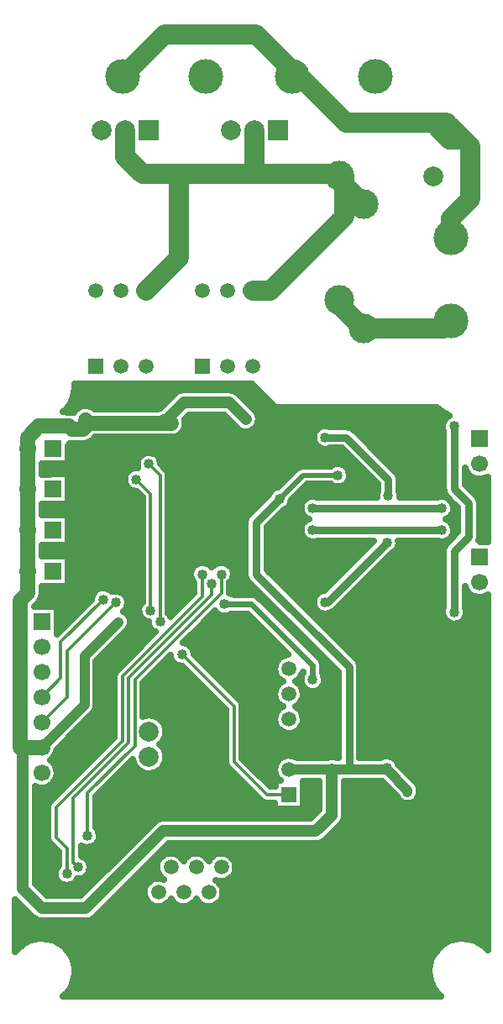
<source format=gbl>
G04 DipTrace 2.4.0.2*
%INTemperatureController.GBL*%
%MOIN*%
%ADD13C,0.0315*%
%ADD14C,0.0118*%
%ADD15C,0.0236*%
%ADD16C,0.0197*%
%ADD17C,0.0591*%
%ADD18C,0.0394*%
%ADD19C,0.0472*%
%ADD20C,0.0157*%
%ADD22C,0.0787*%
%ADD23C,0.025*%
%ADD30R,0.0787X0.0787*%
%ADD31C,0.0787*%
%ADD33C,0.1181*%
%ADD34C,0.1378*%
%ADD35R,0.0669X0.0669*%
%ADD36C,0.0669*%
%ADD37C,0.1575*%
%ADD38C,0.0984*%
%ADD47R,0.0591X0.0591*%
%ADD48C,0.0591*%
%ADD57C,0.04*%
%FSLAX44Y44*%
G04*
G70*
G90*
G75*
G01*
%LNBottom*%
%LPD*%
X12699Y20000D2*
D15*
X13764D1*
X16200Y17563D1*
Y17001D1*
X10574Y27187D2*
D17*
X7324D1*
X7190Y27321D1*
X17199Y25125D2*
D16*
X15824D1*
X14887Y24187D1*
X8449Y19250D2*
D14*
X8533D1*
X8490Y19292D1*
D18*
X7137Y17938D1*
Y16001D1*
X5447Y14312D1*
X19968Y12558D2*
Y12606D1*
X19137Y13437D1*
X17638D1*
X16951D1*
X15260D1*
X19138Y13522D2*
D13*
X19137Y13437D1*
X4887Y21312D2*
D17*
Y22937D1*
Y24562D1*
Y26185D1*
X4885Y26187D1*
Y26625D1*
X5324Y27064D1*
X6512D1*
X6637Y26939D1*
X7077D1*
X7324Y27187D1*
X4887Y21312D2*
Y20439D1*
X4574Y20126D1*
Y14312D1*
X4680D1*
X5447D1*
X4680D2*
D19*
Y8707D1*
X5449Y7937D1*
X7199D1*
X10262Y11000D1*
X16325D1*
X16951Y11625D1*
Y13437D1*
X13544Y27346D2*
X12888Y28002D1*
X11075D1*
X10325Y27252D1*
D17*
X10574Y27187D1*
X14887Y24187D2*
D13*
X13950Y23251D1*
Y21189D1*
X17638Y17501D1*
Y13437D1*
X21824Y19687D2*
Y22125D1*
X22389Y22689D1*
Y24002D1*
X21824Y24566D1*
Y27062D1*
X21262Y22312D2*
D20*
Y21125D1*
X20324Y20187D1*
X21262Y24437D2*
Y25875D1*
X20574Y26562D1*
X17199Y21625D2*
D16*
X15926D1*
X15637D1*
X14824Y22437D1*
X20324Y20187D2*
D14*
X19699D1*
X19512D1*
X18824Y19500D1*
X18762D1*
X18324D1*
X16387D1*
X15824Y20062D1*
Y20439D1*
Y21523D1*
X15926Y21625D1*
X21449Y18937D2*
X20887D1*
Y18750D1*
X20449D1*
X19855Y19343D1*
X19699Y19500D1*
Y20187D1*
X21449Y12062D2*
Y12875D1*
X21387D1*
Y14937D1*
Y16062D1*
Y17249D1*
X20887Y17750D1*
Y18750D1*
X20949Y14937D2*
X21387D1*
X20949Y16062D2*
X21387D1*
X11392Y25062D2*
X12074D1*
X12297Y24839D1*
X13199Y23937D1*
Y21937D1*
X12762Y27187D2*
Y25303D1*
X12297Y24839D1*
X10512Y26562D2*
Y26125D1*
Y25943D1*
X11392Y25062D1*
X7637Y21500D2*
Y21439D1*
Y22812D1*
Y24125D1*
X7575D1*
Y25439D1*
X7387D1*
Y26000D1*
X7826Y26438D1*
X7949Y26562D1*
X9637D1*
X10074Y26125D1*
X10512D1*
X16074Y5812D2*
D13*
Y7000D1*
X16649Y7574D1*
X16755Y7681D1*
X17966Y8891D1*
X18199Y9125D1*
X17262Y5062D2*
Y6625D1*
Y7174D1*
X16755Y7681D1*
X13074Y8562D2*
X15661D1*
X16649Y7574D1*
X17966Y11860D2*
D14*
Y11717D1*
Y8891D1*
Y11717D2*
X20292D1*
X21449Y12875D1*
X8137Y17564D2*
Y15813D1*
X6324Y14001D1*
Y13189D1*
X5447Y12312D1*
X6324Y8750D2*
X5512D1*
Y12247D1*
X5447Y12312D1*
X11698Y18686D2*
Y18253D1*
X13825Y16126D1*
Y15063D1*
X14451Y14437D1*
X15260D1*
X9699Y12937D2*
Y11625D1*
X6824Y8750D1*
X6324D1*
X8137Y17564D2*
X9012Y18439D1*
Y20501D1*
X8075Y21439D1*
X7637D1*
X15888Y20439D2*
X15824D1*
X7949Y26437D2*
X7948Y26438D1*
X7826D1*
X19949Y19437D2*
X19855Y19343D1*
X18699Y19437D2*
X18762Y19500D1*
X18324Y20062D2*
Y19500D1*
X15260Y12437D2*
X14387D1*
X13074Y13750D1*
Y15939D1*
X11012Y18002D1*
X21324Y22937D2*
D13*
X16199D1*
X17262Y32062D2*
D22*
Y31889D1*
X18207Y30944D1*
X21394D1*
X21699Y31250D1*
Y34557D2*
Y35312D1*
X22449Y36062D1*
Y38187D1*
X22193Y38443D1*
X21699Y38937D1*
X15392Y40937D2*
Y41182D1*
X13949Y42625D1*
X10330D1*
X8642Y40937D1*
X15392D2*
X15699D1*
X17512Y39125D1*
X21137D1*
X21512D1*
D17*
X21699Y38937D1*
X22193Y38443D2*
D22*
X21631D1*
X21137Y38937D1*
Y39125D1*
X13883Y38812D2*
Y37062D1*
X17199D1*
X17262Y37000D1*
X8758Y38812D2*
Y37753D1*
X9449Y37062D1*
X10887D1*
X13883D1*
X9574Y32437D2*
X10887Y33750D1*
Y37062D1*
X13824Y32437D2*
X14512D1*
X17449Y35375D1*
Y37000D1*
X17262D1*
Y36826D1*
X18207Y35881D1*
X16699Y26617D2*
D13*
X17523D1*
X19199Y24941D1*
Y24312D1*
X21324Y23812D2*
X16199D1*
X16699Y20079D2*
X16785D1*
X19143Y22437D1*
X12578Y21192D2*
D14*
Y20442D1*
X9137Y17001D1*
Y14376D1*
X7262Y12500D1*
Y10813D1*
X7885Y20187D2*
X6199Y18501D1*
Y17064D1*
X5447Y16312D1*
X8385Y20062D2*
X6449Y18126D1*
Y16314D1*
X5447Y15312D1*
X11825Y21189D2*
Y20314D1*
X8637Y17126D1*
Y14563D1*
X6012Y11938D1*
Y10750D1*
X6449Y10313D1*
Y9313D1*
X12200Y20814D2*
Y20376D1*
X8887Y17063D1*
Y14501D1*
X6699Y12313D1*
Y9750D1*
X6887Y9563D1*
X10137Y19314D2*
Y25124D1*
X9699Y25562D1*
X9762Y19751D2*
Y24374D1*
X9199Y24937D1*
D57*
X12699Y20000D3*
X16200Y17001D3*
X10574Y27187D3*
X7190Y27321D3*
X17199Y25125D3*
X14887Y24187D3*
X8449Y19250D3*
X19968Y12558D3*
X19138Y13522D3*
X13544Y27346D3*
X10574Y27187D3*
X21824Y19687D3*
Y27062D3*
X21262Y22312D3*
X20324Y20187D3*
X21262Y24437D3*
X20574Y26562D3*
X17199Y21625D3*
X14824Y22437D3*
X21449Y18937D3*
Y12062D3*
X20949Y14937D3*
Y16062D3*
X13199Y21937D3*
X11392Y25062D3*
X12762Y27187D3*
X10512Y26562D3*
X11392Y25062D3*
X7637Y21500D3*
Y22812D3*
Y24125D3*
X7575Y25439D3*
X16074Y5812D3*
X18199Y9125D3*
X17262Y5062D3*
Y6625D3*
X17966Y11860D3*
X8137Y17564D3*
X6324Y8750D3*
X11698Y18686D3*
X6324Y8750D3*
X8137Y17564D3*
X11012Y18002D3*
X21324Y22937D3*
X16199D3*
X16699Y26617D3*
X19199Y24312D3*
X21324Y23812D3*
X16199D3*
X16699Y20079D3*
X19143Y22437D3*
X12578Y21192D3*
X7262Y10813D3*
X7885Y20187D3*
X8385Y20062D3*
X11825Y21189D3*
X6449Y9313D3*
X12200Y20814D3*
X6887Y9563D3*
X10137Y19314D3*
X9699Y25562D3*
X9762Y19751D3*
X9199Y24937D3*
X14638Y25064D3*
Y26252D3*
X15950Y26314D3*
X15888Y20439D3*
X8637Y25564D3*
X7949Y26437D3*
X10762Y20314D3*
X11075Y20689D3*
X15824Y27687D3*
X17012D3*
X18199D3*
X19137Y27437D3*
X20012D3*
X20949D3*
X21824Y23375D3*
X20949Y19937D3*
X20574Y19437D3*
X19949D3*
X19324D3*
X18699D3*
X18324Y20062D3*
X17949Y18937D3*
X17699Y18437D3*
X14574Y21812D3*
X6773Y28503D2*
D23*
X13996D1*
X6722Y28255D2*
X10594D1*
X13367D2*
X14246D1*
X6621Y28006D2*
X10344D1*
X13617D2*
X14493D1*
X6449Y27757D2*
X6813D1*
X7566D2*
X10059D1*
X13867D2*
X21164D1*
X14043Y27509D2*
X21516D1*
X11156Y27260D2*
X12895D1*
X14062D2*
X21379D1*
X11132Y27011D2*
X13145D1*
X13941D2*
X16426D1*
X17699D2*
X21336D1*
X10964Y26763D2*
X16231D1*
X18000D2*
X21375D1*
X7464Y26514D2*
X16219D1*
X18250D2*
X21375D1*
X6507Y26265D2*
X16371D1*
X18496D2*
X21375D1*
X6507Y26017D2*
X9578D1*
X9820D2*
X17500D1*
X18746D2*
X21375D1*
X6507Y25768D2*
X9258D1*
X10140D2*
X17750D1*
X18996D2*
X21375D1*
X5472Y25519D2*
X9211D1*
X10226D2*
X16930D1*
X17468D2*
X18000D1*
X19242D2*
X21375D1*
X5472Y25270D2*
X8852D1*
X10453D2*
X15430D1*
X17664D2*
X18246D1*
X19492D2*
X21375D1*
X6511Y25022D2*
X8719D1*
X10488D2*
X15184D1*
X17679D2*
X18496D1*
X19640D2*
X21375D1*
X22273D2*
X22539D1*
X6511Y24773D2*
X8739D1*
X10488D2*
X14934D1*
X17527D2*
X18746D1*
X19648D2*
X21375D1*
X22273D2*
X23114D1*
X6511Y24524D2*
X8961D1*
X10488D2*
X14543D1*
X15761D2*
X18750D1*
X19648D2*
X21379D1*
X22488D2*
X23114D1*
X6511Y24276D2*
X9379D1*
X10488D2*
X14352D1*
X15515D2*
X18711D1*
X19687D2*
X21493D1*
X22734D2*
X23114D1*
X6511Y24027D2*
X9414D1*
X10488D2*
X14106D1*
X15347D2*
X15762D1*
X22836D2*
X23114D1*
X5472Y23778D2*
X9414D1*
X10488D2*
X13856D1*
X15132D2*
X15711D1*
X21812D2*
X21941D1*
X22836D2*
X23114D1*
X6511Y23530D2*
X9414D1*
X10488D2*
X13610D1*
X14851D2*
X15805D1*
X21718D2*
X21942D1*
X22836D2*
X23114D1*
X6511Y23281D2*
X9414D1*
X10488D2*
X13504D1*
X14601D2*
X15860D1*
X21664D2*
X21942D1*
X22836D2*
X23114D1*
X6511Y23032D2*
X9414D1*
X10488D2*
X13504D1*
X14398D2*
X15719D1*
X21804D2*
X21939D1*
X22836D2*
X23114D1*
X6511Y22784D2*
X9414D1*
X10488D2*
X13504D1*
X14398D2*
X15735D1*
X22836D2*
X23114D1*
X6511Y22535D2*
X9414D1*
X10488D2*
X13504D1*
X14398D2*
X15942D1*
X22808D2*
X23114D1*
X5472Y22286D2*
X9414D1*
X10488D2*
X13504D1*
X14398D2*
X18371D1*
X19609D2*
X21411D1*
X5472Y22038D2*
X9414D1*
X10488D2*
X13504D1*
X14398D2*
X18121D1*
X19406D2*
X21375D1*
X6511Y21789D2*
X9414D1*
X10488D2*
X13504D1*
X14398D2*
X17871D1*
X19117D2*
X21375D1*
X6511Y21540D2*
X9414D1*
X10488D2*
X11496D1*
X12910D2*
X13504D1*
X14398D2*
X17625D1*
X18871D2*
X21375D1*
X6511Y21291D2*
X9414D1*
X10488D2*
X11348D1*
X13058D2*
X13504D1*
X14468D2*
X17375D1*
X18621D2*
X21375D1*
X6511Y21043D2*
X9414D1*
X10488D2*
X11360D1*
X13043D2*
X13528D1*
X14718D2*
X17125D1*
X18371D2*
X21375D1*
X6511Y20794D2*
X9414D1*
X10488D2*
X11477D1*
X12925D2*
X13723D1*
X14968D2*
X16879D1*
X18125D2*
X21375D1*
X5472Y20545D2*
X7563D1*
X8207D2*
X9414D1*
X10488D2*
X11477D1*
X12925D2*
X13973D1*
X15214D2*
X16629D1*
X17875D2*
X21375D1*
X5453Y20297D2*
X7411D1*
X8812D2*
X9414D1*
X10488D2*
X11325D1*
X14031D2*
X14219D1*
X15464D2*
X16262D1*
X17625D2*
X21375D1*
X22273D2*
X22641D1*
X5312Y20048D2*
X7262D1*
X8875D2*
X9379D1*
X10488D2*
X11075D1*
X14281D2*
X14469D1*
X15714D2*
X16211D1*
X17378D2*
X21375D1*
X22273D2*
X23114D1*
X6070Y19799D2*
X7016D1*
X8793D2*
X9274D1*
X10488D2*
X10828D1*
X14531D2*
X14719D1*
X15961D2*
X16301D1*
X17128D2*
X21348D1*
X22300D2*
X23114D1*
X6070Y19551D2*
X6766D1*
X8898D2*
X9317D1*
X12171D2*
X12555D1*
X12843D2*
X13645D1*
X14781D2*
X14965D1*
X16211D2*
X21356D1*
X22293D2*
X23114D1*
X6070Y19302D2*
X6516D1*
X8976D2*
X9618D1*
X11921D2*
X13895D1*
X15027D2*
X15215D1*
X16461D2*
X21539D1*
X22109D2*
X23114D1*
X6070Y19053D2*
X6270D1*
X8910D2*
X9727D1*
X11671D2*
X14145D1*
X15277D2*
X15465D1*
X16707D2*
X23114D1*
X8679Y18805D2*
X9832D1*
X11425D2*
X14391D1*
X15527D2*
X15711D1*
X16957D2*
X23114D1*
X8433Y18556D2*
X9582D1*
X11175D2*
X14641D1*
X15773D2*
X15961D1*
X17207D2*
X23114D1*
X8183Y18307D2*
X9336D1*
X11386D2*
X14891D1*
X16023D2*
X16211D1*
X17453D2*
X23114D1*
X7933Y18059D2*
X9086D1*
X11500D2*
X15137D1*
X16273D2*
X16457D1*
X17703D2*
X23114D1*
X7687Y17810D2*
X8836D1*
X10429D2*
X10564D1*
X11687D2*
X14817D1*
X16519D2*
X16707D1*
X17953D2*
X23114D1*
X7625Y17561D2*
X8590D1*
X10179D2*
X10840D1*
X11937D2*
X14688D1*
X16609D2*
X16957D1*
X18082D2*
X23114D1*
X7625Y17312D2*
X8348D1*
X9933D2*
X11219D1*
X12183D2*
X14688D1*
X16609D2*
X17192D1*
X18086D2*
X23114D1*
X7625Y17064D2*
X8289D1*
X9683D2*
X11465D1*
X12433D2*
X14817D1*
X16687D2*
X17192D1*
X18086D2*
X23114D1*
X7625Y16815D2*
X8289D1*
X9488D2*
X11715D1*
X12683D2*
X14821D1*
X16652D2*
X17192D1*
X18086D2*
X23114D1*
X7625Y16566D2*
X8289D1*
X9488D2*
X11965D1*
X12929D2*
X14688D1*
X15828D2*
X16012D1*
X16390D2*
X17192D1*
X18086D2*
X23114D1*
X7625Y16318D2*
X8289D1*
X9488D2*
X12211D1*
X13179D2*
X14688D1*
X15832D2*
X17192D1*
X18086D2*
X23114D1*
X7625Y16069D2*
X8289D1*
X9488D2*
X12461D1*
X13394D2*
X14813D1*
X15707D2*
X17192D1*
X18086D2*
X23114D1*
X7586Y15820D2*
X8289D1*
X9488D2*
X12711D1*
X13421D2*
X14825D1*
X15695D2*
X17192D1*
X18086D2*
X23114D1*
X7386Y15572D2*
X8289D1*
X9898D2*
X12727D1*
X13421D2*
X14692D1*
X15828D2*
X17192D1*
X18086D2*
X23114D1*
X7136Y15323D2*
X8289D1*
X10257D2*
X12727D1*
X13421D2*
X14688D1*
X15832D2*
X17192D1*
X18086D2*
X23114D1*
X6886Y15074D2*
X8289D1*
X10367D2*
X12727D1*
X13421D2*
X14809D1*
X15711D2*
X17192D1*
X18086D2*
X23114D1*
X6640Y14826D2*
X8289D1*
X10375D2*
X12727D1*
X13421D2*
X17192D1*
X18086D2*
X23114D1*
X6390Y14577D2*
X8168D1*
X10277D2*
X12727D1*
X13421D2*
X17192D1*
X18086D2*
X23114D1*
X6140Y14328D2*
X7918D1*
X10253D2*
X12727D1*
X13421D2*
X17192D1*
X18086D2*
X23114D1*
X6023Y14080D2*
X7672D1*
X10367D2*
X12727D1*
X13421D2*
X17192D1*
X18086D2*
X23114D1*
X5832Y13831D2*
X7422D1*
X10375D2*
X12727D1*
X13476D2*
X14836D1*
X19511D2*
X23114D1*
X6007Y13582D2*
X7172D1*
X8828D2*
X9118D1*
X10277D2*
X12774D1*
X13726D2*
X14696D1*
X19668D2*
X23114D1*
X6070Y13333D2*
X6926D1*
X8578D2*
X9411D1*
X9988D2*
X13008D1*
X13972D2*
X14684D1*
X19918D2*
X23114D1*
X6027Y13085D2*
X6676D1*
X8328D2*
X13254D1*
X14222D2*
X14801D1*
X20168D2*
X23114D1*
X5836Y12836D2*
X6426D1*
X8082D2*
X13504D1*
X14472D2*
X14676D1*
X15843D2*
X16426D1*
X17476D2*
X19059D1*
X20394D2*
X23114D1*
X5207Y12587D2*
X6180D1*
X7832D2*
X13754D1*
X15843D2*
X16426D1*
X17476D2*
X19309D1*
X20457D2*
X23114D1*
X5207Y12339D2*
X5930D1*
X7609D2*
X14000D1*
X15843D2*
X16426D1*
X17476D2*
X19532D1*
X20402D2*
X23114D1*
X5207Y12090D2*
X5700D1*
X7609D2*
X14676D1*
X15843D2*
X16426D1*
X17476D2*
X23114D1*
X5207Y11841D2*
X5664D1*
X7609D2*
X16426D1*
X17476D2*
X23114D1*
X5207Y11593D2*
X5664D1*
X7609D2*
X16184D1*
X17476D2*
X23114D1*
X5207Y11344D2*
X5664D1*
X7609D2*
X9871D1*
X17390D2*
X23114D1*
X5207Y11095D2*
X5664D1*
X7656D2*
X9625D1*
X17156D2*
X23114D1*
X5207Y10847D2*
X5664D1*
X7750D2*
X9375D1*
X16906D2*
X23114D1*
X5207Y10598D2*
X5700D1*
X7699D2*
X9125D1*
X16648D2*
X23114D1*
X5207Y10349D2*
X5930D1*
X7046D2*
X7203D1*
X7320D2*
X8879D1*
X10343D2*
X23114D1*
X5207Y10101D2*
X6102D1*
X7046D2*
X8629D1*
X10097D2*
X10395D1*
X10753D2*
X11395D1*
X11753D2*
X12395D1*
X12753D2*
X23114D1*
X5207Y9852D2*
X6102D1*
X7277D2*
X8379D1*
X9847D2*
X10071D1*
X13078D2*
X23114D1*
X5207Y9603D2*
X6063D1*
X7375D2*
X8133D1*
X9597D2*
X9993D1*
X13156D2*
X23114D1*
X5207Y9354D2*
X5961D1*
X7328D2*
X7883D1*
X9351D2*
X10028D1*
X13121D2*
X23114D1*
X5207Y9106D2*
X6008D1*
X7000D2*
X7633D1*
X9101D2*
X9914D1*
X12925D2*
X23114D1*
X5261Y8857D2*
X6332D1*
X6566D2*
X7387D1*
X8851D2*
X9575D1*
X12574D2*
X23114D1*
X5511Y8608D2*
X7137D1*
X8605D2*
X9493D1*
X12656D2*
X23114D1*
X8355Y8360D2*
X9528D1*
X12621D2*
X23114D1*
X4412Y8111D2*
X4543D1*
X8105D2*
X9715D1*
X10433D2*
X10715D1*
X11433D2*
X11715D1*
X12433D2*
X23114D1*
X4412Y7862D2*
X4789D1*
X7859D2*
X23114D1*
X4412Y7614D2*
X5039D1*
X7609D2*
X23114D1*
X4412Y7365D2*
X23114D1*
X4412Y7116D2*
X23114D1*
X4412Y6868D2*
X23114D1*
X4412Y6619D2*
X4871D1*
X6019D2*
X21563D1*
X22714D2*
X23114D1*
X6382Y6370D2*
X21203D1*
X6582Y6122D2*
X21000D1*
X6703Y5873D2*
X20883D1*
X6765Y5624D2*
X20821D1*
X6777Y5375D2*
X20809D1*
X6742Y5127D2*
X20844D1*
X6652Y4878D2*
X20930D1*
X6500Y4629D2*
X21082D1*
X21615Y27477D2*
X21443Y27561D1*
X21241Y27707D1*
X21134Y27815D1*
X14760Y27816D1*
X14674Y27851D1*
X13772Y28753D1*
X6743Y28752D1*
X6753Y28625D1*
X6729Y28376D1*
X6658Y28137D1*
X6543Y27915D1*
X6388Y27719D1*
X6289Y27626D1*
X6512Y27625D1*
X6609Y27616D1*
X6713D1*
X6790Y27714D1*
X6887Y27792D1*
X6999Y27848D1*
X7120Y27877D1*
X7245Y27879D1*
X7367Y27853D1*
X7480Y27800D1*
X7551Y27746D1*
X10062Y27747D1*
X10146Y27779D1*
X10721Y28356D1*
X10819Y28433D1*
X10933Y28483D1*
X11075Y28503D1*
X12888D1*
X13011Y28488D1*
X13127Y28442D1*
X13242Y28356D1*
X13898Y27700D1*
X13975Y27602D1*
X14025Y27487D1*
X14045Y27364D1*
X14034Y27240D1*
X13993Y27122D1*
X13924Y27019D1*
X13831Y26935D1*
X13721Y26877D1*
X13600Y26848D1*
X13475Y26849D1*
X13355Y26882D1*
X13246Y26943D1*
X13013Y27168D1*
X12679Y27502D1*
X11282Y27501D1*
X11117Y27336D1*
X11134Y27192D1*
X11122Y27068D1*
X11082Y26950D1*
X11017Y26843D1*
X10929Y26754D1*
X10825Y26686D1*
X10708Y26643D1*
X10574Y26627D1*
X7555D1*
X7473Y26543D1*
X7375Y26465D1*
X7263Y26411D1*
X7137Y26383D1*
X6637Y26379D1*
X6539Y26388D1*
X6484Y26287D1*
Y25587D1*
X5449D1*
X5447Y25158D1*
X6162Y25162D1*
X6486D1*
Y23962D1*
X5443D1*
X5447Y23535D1*
X6486Y23537D1*
Y22337D1*
X5443D1*
X5447Y21910D1*
X6486Y21912D1*
Y20712D1*
X5443D1*
X5447Y20439D1*
X5433Y20315D1*
X5392Y20197D1*
X5323Y20088D1*
X5153Y19913D1*
X6047Y19912D1*
Y18806D1*
X7420Y20180D1*
X7449Y20348D1*
X7508Y20458D1*
X7593Y20549D1*
X7700Y20613D1*
X7820Y20647D1*
X7944Y20648D1*
X8065Y20616D1*
X8172Y20553D1*
X8224Y20500D1*
X8320Y20522D1*
X8444Y20523D1*
X8565Y20491D1*
X8672Y20428D1*
X8759Y20339D1*
X8819Y20229D1*
X8850Y20062D1*
X8834Y19939D1*
X8785Y19824D1*
X8685Y19710D1*
X8739Y19681D1*
X8834Y19600D1*
X8904Y19497D1*
X8944Y19379D1*
X8951Y19255D1*
X8924Y19133D1*
X8866Y19023D1*
X8749Y18898D1*
X7599Y17747D1*
X7598Y16001D1*
X7582Y15878D1*
X7512Y15733D1*
X7286Y15498D1*
X6046Y14258D1*
X5995Y14069D1*
X5933Y13961D1*
X5850Y13868D1*
X5778Y13815D1*
X5837Y13767D1*
X5923Y13677D1*
X5988Y13570D1*
X6030Y13453D1*
X6047Y13312D1*
X6034Y13188D1*
X5995Y13069D1*
X5933Y12961D1*
X5850Y12868D1*
X5750Y12794D1*
X5636Y12743D1*
X5514Y12716D1*
X5389Y12715D1*
X5267Y12740D1*
X5177Y12779D1*
X5181Y12062D1*
Y8917D1*
X5656Y8440D1*
X6992Y8439D1*
X9908Y11355D1*
X10006Y11431D1*
X10121Y11481D1*
X10262Y11501D1*
X16118D1*
X16449Y11832D1*
Y12973D1*
X15822Y12975D1*
X15820Y11877D1*
X14699D1*
Y12115D1*
X14387Y12113D1*
X14265Y12137D1*
X14158Y12208D1*
X12845Y13520D1*
X12776Y13623D1*
X12750Y13750D1*
Y15808D1*
X11019Y17536D1*
X10869Y17559D1*
X10757Y17613D1*
X10663Y17695D1*
X10594Y17798D1*
X10555Y17917D1*
X10552Y17959D1*
X9462Y16868D1*
X9461Y15552D1*
X9596Y15587D1*
X9720Y15595D1*
X9844Y15579D1*
X9963Y15541D1*
X10072Y15480D1*
X10168Y15400D1*
X10247Y15303D1*
X10306Y15193D1*
X10343Y15074D1*
X10358Y14937D1*
X10346Y14813D1*
X10311Y14693D1*
X10254Y14582D1*
X10177Y14484D1*
X10127Y14440D1*
X10247Y14303D1*
X10306Y14193D1*
X10343Y14074D1*
X10358Y13937D1*
X10346Y13813D1*
X10311Y13693D1*
X10254Y13582D1*
X10177Y13484D1*
X10083Y13402D1*
X9975Y13339D1*
X9857Y13298D1*
X9734Y13279D1*
X9609Y13285D1*
X9488Y13313D1*
X9374Y13364D1*
X9271Y13436D1*
X9185Y13526D1*
X9116Y13630D1*
X9069Y13746D1*
X9051Y13834D1*
X7585Y12365D1*
X7586Y11145D1*
X7636Y11089D1*
X7696Y10980D1*
X7727Y10813D1*
X7710Y10689D1*
X7661Y10575D1*
X7584Y10477D1*
X7483Y10404D1*
X7366Y10360D1*
X7242Y10348D1*
X7120Y10370D1*
X7025Y10415D1*
X7023Y10004D1*
X7066Y9992D1*
X7174Y9928D1*
X7261Y9839D1*
X7321Y9730D1*
X7352Y9563D1*
X7335Y9439D1*
X7286Y9324D1*
X7209Y9227D1*
X7108Y9154D1*
X6991Y9110D1*
X6863Y9099D1*
X6771Y8977D1*
X6670Y8904D1*
X6554Y8860D1*
X6430Y8848D1*
X6307Y8870D1*
X6195Y8924D1*
X6100Y9005D1*
X6031Y9109D1*
X5992Y9227D1*
X5986Y9352D1*
X6013Y9474D1*
X6072Y9584D1*
X6128Y9643D1*
X6125Y10176D1*
X5783Y10521D1*
X5713Y10624D1*
X5688Y10750D1*
Y11938D1*
X5712Y12060D1*
X5783Y12167D1*
X8316Y14700D1*
X8313Y16813D1*
Y17126D1*
X8337Y17248D1*
X8408Y17355D1*
X9947Y18893D1*
X9882Y18925D1*
X9788Y19006D1*
X9719Y19110D1*
X9680Y19229D1*
X9677Y19295D1*
X9620Y19309D1*
X9507Y19362D1*
X9413Y19444D1*
X9344Y19548D1*
X9305Y19666D1*
X9299Y19791D1*
X9326Y19912D1*
X9385Y20022D1*
X9441Y20082D1*
X9438Y21501D1*
Y24239D1*
X9204Y24474D1*
X9057Y24494D1*
X8944Y24548D1*
X8850Y24630D1*
X8781Y24734D1*
X8742Y24852D1*
X8736Y24976D1*
X8763Y25098D1*
X8821Y25208D1*
X8907Y25299D1*
X9014Y25363D1*
X9133Y25397D1*
X9262D1*
X9242Y25477D1*
X9236Y25601D1*
X9263Y25723D1*
X9321Y25833D1*
X9407Y25924D1*
X9514Y25988D1*
X9633Y26022D1*
X9758Y26023D1*
X9878Y25991D1*
X9986Y25928D1*
X10073Y25839D1*
X10133Y25729D1*
X10164Y25562D1*
X10193Y25526D1*
X10366Y25353D1*
X10436Y25250D1*
X10461Y25124D1*
Y19643D1*
X10511Y19590D1*
X10558Y19505D1*
X11499Y20446D1*
X11501Y20857D1*
X11407Y20985D1*
X11368Y21104D1*
X11362Y21228D1*
X11389Y21350D1*
X11447Y21460D1*
X11533Y21550D1*
X11639Y21615D1*
X11759Y21649D1*
X11884Y21650D1*
X12004Y21618D1*
X12112Y21555D1*
X12200Y21463D1*
X12286Y21554D1*
X12393Y21618D1*
X12512Y21652D1*
X12637Y21653D1*
X12757Y21621D1*
X12865Y21558D1*
X12952Y21468D1*
X13012Y21359D1*
X13043Y21192D1*
X13026Y21068D1*
X12977Y20954D1*
X12902Y20859D1*
X12901Y20438D1*
X13074Y20383D1*
X13764D1*
X13887Y20362D1*
X14000Y20301D1*
X14212Y20094D1*
X16471Y17834D1*
X16544Y17733D1*
X16580Y17610D1*
X16583Y17313D1*
Y17263D1*
X16634Y17168D1*
X16665Y17001D1*
X16649Y16877D1*
X16600Y16763D1*
X16522Y16665D1*
X16421Y16592D1*
X16305Y16548D1*
X16181Y16536D1*
X16058Y16558D1*
X15946Y16612D1*
X15851Y16694D1*
X15782Y16797D1*
X15743Y16916D1*
X15737Y17040D1*
X15764Y17162D1*
X15817Y17262D1*
X15806Y17313D1*
X15765Y17195D1*
X15699Y17089D1*
X15611Y17001D1*
X15509Y16936D1*
X15596Y16885D1*
X15686Y16800D1*
X15756Y16697D1*
X15801Y16580D1*
X15820Y16437D1*
X15806Y16313D1*
X15765Y16195D1*
X15699Y16089D1*
X15611Y16001D1*
X15509Y15936D1*
X15596Y15885D1*
X15686Y15800D1*
X15756Y15697D1*
X15801Y15580D1*
X15820Y15437D1*
X15806Y15313D1*
X15765Y15195D1*
X15699Y15089D1*
X15611Y15001D1*
X15506Y14934D1*
X15388Y14892D1*
X15265Y14877D1*
X15141Y14890D1*
X15022Y14930D1*
X14916Y14995D1*
X14827Y15082D1*
X14759Y15186D1*
X14716Y15303D1*
X14700Y15427D1*
X14711Y15551D1*
X14750Y15670D1*
X14814Y15777D1*
X14901Y15867D1*
X15008Y15937D1*
X14916Y15995D1*
X14827Y16082D1*
X14759Y16186D1*
X14716Y16303D1*
X14700Y16427D1*
X14711Y16551D1*
X14750Y16670D1*
X14814Y16777D1*
X14901Y16867D1*
X15008Y16937D1*
X14916Y16995D1*
X14827Y17082D1*
X14759Y17186D1*
X14716Y17303D1*
X14700Y17427D1*
X14711Y17551D1*
X14750Y17670D1*
X14814Y17777D1*
X14901Y17867D1*
X15005Y17936D1*
X15121Y17980D1*
X15222Y18000D1*
X13607Y19616D1*
X12964D1*
X12920Y19590D1*
X12804Y19546D1*
X12679Y19535D1*
X12557Y19557D1*
X12444Y19611D1*
X12350Y19692D1*
X12326Y19728D1*
X11570Y18975D1*
X11059Y18464D1*
X11191Y18431D1*
X11298Y18368D1*
X11385Y18278D1*
X11445Y18169D1*
X11477Y18002D1*
X11506Y17966D1*
X13303Y16168D1*
X13373Y16065D1*
X13398Y15939D1*
Y13881D1*
X14521Y12760D1*
X14703Y12761D1*
X14699Y12997D1*
X14914D1*
X14827Y13082D1*
X14759Y13186D1*
X14716Y13303D1*
X14700Y13427D1*
X14711Y13551D1*
X14750Y13670D1*
X14814Y13777D1*
X14901Y13867D1*
X15005Y13936D1*
X15121Y13980D1*
X15245Y13997D1*
X15369Y13986D1*
X15488Y13949D1*
X15572Y13899D1*
X16756D1*
X16913Y13937D1*
X17038Y13930D1*
X17138Y13899D1*
X17212D1*
X17216Y14437D1*
Y17324D1*
X13652Y20890D1*
X13577Y20990D1*
X13535Y21112D1*
X13528Y21314D1*
Y23251D1*
X13546Y23374D1*
X13602Y23490D1*
X13740Y23638D1*
X14450Y24347D1*
X14509Y24458D1*
X14595Y24549D1*
X14701Y24613D1*
X14833Y24647D1*
X15567Y25381D1*
X15669Y25453D1*
X15808Y25487D1*
X16906Y25488D1*
X17014Y25551D1*
X17133Y25585D1*
X17258Y25586D1*
X17378Y25553D1*
X17486Y25490D1*
X17573Y25401D1*
X17633Y25292D1*
X17664Y25125D1*
X17647Y25001D1*
X17598Y24886D1*
X17521Y24789D1*
X17420Y24715D1*
X17304Y24671D1*
X17179Y24660D1*
X17057Y24682D1*
X16944Y24736D1*
X16912Y24764D1*
X15977Y24761D1*
X15349Y24136D1*
X15335Y24064D1*
X15286Y23949D1*
X15208Y23851D1*
X15108Y23778D1*
X15053Y23757D1*
X14371Y23073D1*
X14373Y21364D1*
X17937Y17800D1*
X18011Y17700D1*
X18053Y17578D1*
X18060Y17376D1*
Y13895D1*
X18869Y13899D1*
X18953Y13948D1*
X19073Y13982D1*
X19197Y13983D1*
X19318Y13951D1*
X19425Y13888D1*
X19512Y13799D1*
X19572Y13690D1*
X19584Y13640D1*
X20295Y12932D1*
X20370Y12833D1*
X20415Y12722D1*
X20431Y12604D1*
X20416Y12434D1*
X20367Y12320D1*
X20290Y12222D1*
X20189Y12149D1*
X20072Y12105D1*
X19948Y12093D1*
X19826Y12115D1*
X19713Y12169D1*
X19619Y12251D1*
X19541Y12380D1*
X18943Y12978D1*
X17762Y12975D1*
X17454D1*
X17452Y12187D1*
Y11625D1*
X17436Y11502D1*
X17391Y11386D1*
X17305Y11271D1*
X16680Y10646D1*
X16581Y10569D1*
X16467Y10520D1*
X16325Y10499D1*
X10470D1*
X7554Y7583D1*
X7455Y7507D1*
X7341Y7457D1*
X7199Y7436D1*
X5449D1*
X5326Y7452D1*
X5210Y7497D1*
X5095Y7583D1*
X4386Y8292D1*
X4387Y6198D1*
X4514Y6351D1*
X4706Y6511D1*
X4924Y6632D1*
X5161Y6709D1*
X5409Y6740D1*
X5658Y6723D1*
X5899Y6659D1*
X6124Y6550D1*
X6324Y6401D1*
X6492Y6216D1*
X6622Y6003D1*
X6709Y5769D1*
X6750Y5523D1*
X6747Y5308D1*
X6699Y5063D1*
X6606Y4832D1*
X6471Y4622D1*
X6298Y4442D1*
X6289Y4435D1*
X8387Y4437D1*
X21294Y4436D1*
X21183Y4541D1*
X21031Y4738D1*
X20919Y4962D1*
X20851Y5202D1*
X20831Y5451D1*
X20858Y5699D1*
X20932Y5937D1*
X21050Y6157D1*
X21207Y6351D1*
X21399Y6511D1*
X21617Y6632D1*
X21854Y6709D1*
X22102Y6740D1*
X22351Y6723D1*
X22592Y6659D1*
X22817Y6550D1*
X23017Y6401D1*
X23138Y6273D1*
X23139Y20363D1*
X23013Y20305D1*
X22891Y20279D1*
X22766Y20278D1*
X22644Y20303D1*
X22529Y20352D1*
X22428Y20425D1*
X22343Y20516D1*
X22279Y20624D1*
X22246Y20723D1*
X22247Y19878D1*
X22287Y19733D1*
X22272Y19564D1*
X22223Y19449D1*
X22146Y19351D1*
X22045Y19278D1*
X21929Y19234D1*
X21804Y19223D1*
X21682Y19244D1*
X21569Y19298D1*
X21475Y19380D1*
X21406Y19484D1*
X21367Y19602D1*
X21361Y19726D1*
X21401Y19872D1*
X21402Y22125D1*
X21420Y22248D1*
X21476Y22364D1*
X21614Y22512D1*
X21965Y22862D1*
X21966Y23826D1*
X21698Y24089D1*
X21758Y23979D1*
X21789Y23812D1*
X21772Y23688D1*
X21723Y23574D1*
X21646Y23476D1*
X21545Y23403D1*
X21476Y23377D1*
X21611Y23303D1*
X21698Y23214D1*
X21758Y23104D1*
X21789Y22937D1*
X21772Y22813D1*
X21723Y22699D1*
X21646Y22601D1*
X21545Y22528D1*
X21429Y22484D1*
X21304Y22472D1*
X21182Y22494D1*
X21136Y22516D1*
X19601Y22515D1*
X19608Y22437D1*
X19592Y22313D1*
X19543Y22199D1*
X19465Y22101D1*
X19364Y22028D1*
X19310Y22007D1*
X17084Y19780D1*
X16980Y19705D1*
X16920Y19670D1*
X16804Y19626D1*
X16679Y19614D1*
X16557Y19636D1*
X16444Y19690D1*
X16350Y19772D1*
X16281Y19875D1*
X16242Y19994D1*
X16236Y20118D1*
X16263Y20240D1*
X16321Y20350D1*
X16407Y20440D1*
X16514Y20505D1*
X16645Y20539D1*
X17812Y21703D1*
X18622Y22513D1*
X16391Y22515D1*
X16304Y22484D1*
X16179Y22472D1*
X16057Y22494D1*
X15944Y22548D1*
X15850Y22630D1*
X15781Y22734D1*
X15742Y22852D1*
X15736Y22976D1*
X15763Y23098D1*
X15821Y23208D1*
X15907Y23299D1*
X16014Y23363D1*
X16047Y23373D1*
X15944Y23423D1*
X15850Y23505D1*
X15781Y23609D1*
X15742Y23727D1*
X15736Y23851D1*
X15763Y23973D1*
X15821Y24083D1*
X15907Y24174D1*
X16014Y24238D1*
X16133Y24272D1*
X16258Y24273D1*
X16389Y24235D1*
X18742Y24234D1*
X18736Y24351D1*
X18776Y24497D1*
X18777Y24769D1*
X17345Y26197D1*
X16894Y26195D1*
X16804Y26164D1*
X16679Y26153D1*
X16557Y26175D1*
X16444Y26228D1*
X16350Y26310D1*
X16281Y26414D1*
X16242Y26532D1*
X16236Y26657D1*
X16263Y26778D1*
X16321Y26888D1*
X16407Y26979D1*
X16514Y27043D1*
X16633Y27077D1*
X16758Y27078D1*
X16889Y27040D1*
X17523D1*
X17646Y27021D1*
X17762Y26965D1*
X17910Y26827D1*
X19498Y25239D1*
X19572Y25139D1*
X19615Y25017D1*
X19622Y24816D1*
Y24507D1*
X19662Y24358D1*
X19653Y24231D1*
X20199Y24234D1*
X21139Y24238D1*
X21258Y24272D1*
X21383Y24273D1*
X21503Y24241D1*
X21611Y24178D1*
X21698Y24089D1*
X21525Y24267D1*
X21451Y24367D1*
X21409Y24489D1*
X21402Y24691D1*
Y26867D1*
X21367Y26977D1*
X21361Y27101D1*
X21388Y27223D1*
X21446Y27333D1*
X21532Y27424D1*
X21615Y27474D1*
X23136Y25051D2*
X23013Y24993D1*
X22891Y24966D1*
X22766Y24965D1*
X22644Y24990D1*
X22529Y25040D1*
X22428Y25112D1*
X22343Y25204D1*
X22279Y25311D1*
X22246Y25411D1*
X22247Y24738D1*
X22687Y24300D1*
X22761Y24200D1*
X22804Y24078D1*
X22811Y23877D1*
Y22689D1*
X22790Y22558D1*
X22850Y22474D1*
X23143D1*
X23139Y23062D1*
Y25050D1*
X10573Y8310D2*
X10513Y8214D1*
X10426Y8126D1*
X10320Y8059D1*
X10203Y8017D1*
X10079Y8002D1*
X9955Y8015D1*
X9837Y8055D1*
X9730Y8120D1*
X9641Y8207D1*
X9573Y8311D1*
X9530Y8428D1*
X9514Y8552D1*
X9526Y8676D1*
X9565Y8795D1*
X9629Y8902D1*
X9715Y8992D1*
X9819Y9061D1*
X9936Y9105D1*
X10059Y9122D1*
X10184Y9111D1*
X10299Y9075D1*
X10230Y9120D1*
X10141Y9207D1*
X10073Y9311D1*
X10030Y9428D1*
X10014Y9552D1*
X10026Y9676D1*
X10065Y9795D1*
X10129Y9902D1*
X10215Y9992D1*
X10319Y10061D1*
X10436Y10105D1*
X10559Y10122D1*
X10684Y10111D1*
X10802Y10074D1*
X10910Y10010D1*
X11001Y9925D1*
X11075Y9811D1*
X11129Y9902D1*
X11215Y9992D1*
X11319Y10061D1*
X11436Y10105D1*
X11559Y10122D1*
X11684Y10111D1*
X11802Y10074D1*
X11910Y10010D1*
X12001Y9925D1*
X12075Y9811D1*
X12129Y9902D1*
X12215Y9992D1*
X12319Y10061D1*
X12436Y10105D1*
X12559Y10122D1*
X12684Y10111D1*
X12802Y10074D1*
X12910Y10010D1*
X13001Y9925D1*
X13071Y9822D1*
X13116Y9705D1*
X13134Y9562D1*
X13120Y9438D1*
X13079Y9320D1*
X13013Y9214D1*
X12926Y9126D1*
X12820Y9059D1*
X12703Y9017D1*
X12579Y9002D1*
X12455Y9015D1*
X12348Y9051D1*
X12410Y9010D1*
X12501Y8925D1*
X12571Y8822D1*
X12616Y8705D1*
X12634Y8562D1*
X12620Y8438D1*
X12579Y8320D1*
X12513Y8214D1*
X12426Y8126D1*
X12320Y8059D1*
X12203Y8017D1*
X12079Y8002D1*
X11955Y8015D1*
X11837Y8055D1*
X11730Y8120D1*
X11641Y8207D1*
X11575Y8308D1*
X11513Y8214D1*
X11426Y8126D1*
X11320Y8059D1*
X11203Y8017D1*
X11079Y8002D1*
X10955Y8015D1*
X10837Y8055D1*
X10730Y8120D1*
X10641Y8207D1*
X10575Y8308D1*
D30*
X14824Y38812D3*
D31*
X13883D3*
X12942D3*
D30*
X9699D3*
D31*
X8758D3*
X7817D3*
D33*
X17262Y37000D3*
X18207Y35881D3*
X17262Y32062D3*
X18207Y30944D3*
D34*
X18699Y40937D3*
X15392D3*
X21699Y31250D3*
Y34557D3*
X11949Y40937D3*
X8642D3*
D35*
X22824Y26562D3*
D36*
Y25562D3*
Y24562D3*
D35*
X5447Y19312D3*
D36*
Y18312D3*
Y17312D3*
Y16312D3*
Y15312D3*
Y14312D3*
Y13312D3*
Y12312D3*
D35*
X22824Y21874D3*
D36*
Y20874D3*
Y19874D3*
D35*
X5885Y26187D3*
D36*
X4885D3*
D17*
X10074Y8562D3*
X11074D3*
X12074D3*
X13074D3*
X10574Y9562D3*
X11574D3*
X12574D3*
X13574D3*
D37*
X9572Y6062D3*
X14072D3*
D38*
X8722Y4861D3*
X14923D3*
D35*
X5887Y24562D3*
D36*
X4887D3*
D35*
X5887Y22937D3*
D36*
X4887D3*
D35*
X5887Y21312D3*
D36*
X4887D3*
D31*
X21699Y38937D3*
X20990Y36969D3*
D47*
X11824Y29437D3*
D48*
X12824D3*
X13824D3*
Y32437D3*
X12824D3*
X11824D3*
D47*
X7574Y29437D3*
D48*
X8574D3*
X9574D3*
Y32437D3*
X8574D3*
X7574D3*
D47*
X15260Y12437D3*
D48*
Y13437D3*
Y14437D3*
Y15437D3*
Y16437D3*
Y17437D3*
D22*
X9699Y12937D3*
Y13937D3*
Y14937D3*
M02*

</source>
